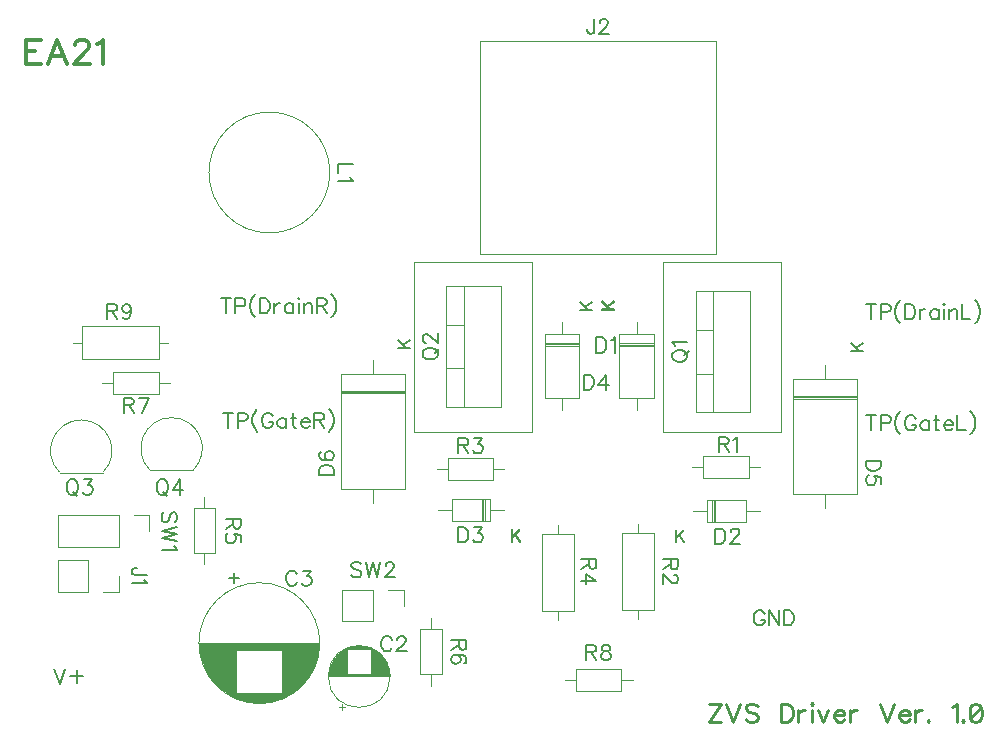
<source format=gbr>
G04 DipTrace 4.1.2.0*
G04 TopSilk.gbr*
%MOIN*%
G04 #@! TF.FileFunction,Legend,Top*
G04 #@! TF.Part,Single*
%ADD10C,0.004724*%
%ADD33C,0.005906*%
%ADD74C,0.00772*%
%ADD75C,0.006176*%
%ADD76C,0.009264*%
%ADD77C,0.012351*%
%FSLAX26Y26*%
G04*
G70*
G90*
G75*
G01*
G04 TopSilk*
%LPD*%
X-571654Y-931701D2*
G54D10*
G02X-571654Y-931701I103150J0D01*
G01*
X-570079D2*
X-366929D1*
X-570079Y-930126D2*
X-366929D1*
X-570039Y-928551D2*
X-366969D1*
X-570000Y-926976D2*
X-367008D1*
X-569921Y-925402D2*
X-367087D1*
X-569803Y-923827D2*
X-367205D1*
X-569646Y-922252D2*
X-509449D1*
X-427559D2*
X-367362D1*
X-569488Y-920677D2*
X-509449D1*
X-427559D2*
X-367520D1*
X-569331Y-919102D2*
X-509449D1*
X-427559D2*
X-367677D1*
X-569134Y-917528D2*
X-509449D1*
X-427559D2*
X-367874D1*
X-568898Y-915953D2*
X-509449D1*
X-427559D2*
X-368110D1*
X-568622Y-914378D2*
X-509449D1*
X-427559D2*
X-368386D1*
X-568346Y-912803D2*
X-509449D1*
X-427559D2*
X-368661D1*
X-568031Y-911228D2*
X-509449D1*
X-427559D2*
X-368976D1*
X-567717Y-909654D2*
X-509449D1*
X-427559D2*
X-369291D1*
X-567362Y-908079D2*
X-509449D1*
X-427559D2*
X-369646D1*
X-566969Y-906504D2*
X-509449D1*
X-427559D2*
X-370039D1*
X-566575Y-904929D2*
X-509449D1*
X-427559D2*
X-370433D1*
X-566142Y-903315D2*
X-509449D1*
X-427559D2*
X-370866D1*
X-565669Y-901740D2*
X-509449D1*
X-427559D2*
X-371339D1*
X-565157Y-900165D2*
X-509449D1*
X-427559D2*
X-371850D1*
X-564646Y-898591D2*
X-509449D1*
X-427559D2*
X-372362D1*
X-564094Y-897016D2*
X-509449D1*
X-427559D2*
X-372913D1*
X-563543Y-895441D2*
X-509449D1*
X-427559D2*
X-373465D1*
X-562913Y-893866D2*
X-509449D1*
X-427559D2*
X-374094D1*
X-562283Y-892291D2*
X-509449D1*
X-427559D2*
X-374724D1*
X-561614Y-890717D2*
X-509449D1*
X-427559D2*
X-375394D1*
X-560945Y-889142D2*
X-509449D1*
X-427559D2*
X-376063D1*
X-560197Y-887567D2*
X-509449D1*
X-427559D2*
X-376811D1*
X-559449Y-885992D2*
X-509449D1*
X-427559D2*
X-377559D1*
X-558661Y-884417D2*
X-509449D1*
X-427559D2*
X-378346D1*
X-557795Y-882843D2*
X-509449D1*
X-427559D2*
X-379213D1*
X-556969Y-881268D2*
X-509449D1*
X-427559D2*
X-380039D1*
X-556063Y-879693D2*
X-509449D1*
X-427559D2*
X-380945D1*
X-555118Y-878118D2*
X-509449D1*
X-427559D2*
X-381890D1*
X-554134Y-876543D2*
X-509449D1*
X-427559D2*
X-382874D1*
X-553110Y-874969D2*
X-509449D1*
X-427559D2*
X-383898D1*
X-552047Y-873394D2*
X-509449D1*
X-427559D2*
X-384961D1*
X-550984Y-871819D2*
X-509449D1*
X-427559D2*
X-386024D1*
X-549803Y-870244D2*
X-509449D1*
X-427559D2*
X-387205D1*
X-548622Y-868669D2*
X-509449D1*
X-427559D2*
X-388386D1*
X-547402Y-867094D2*
X-509449D1*
X-427559D2*
X-389606D1*
X-546102Y-865520D2*
X-509449D1*
X-427559D2*
X-390906D1*
X-544764Y-863945D2*
X-509449D1*
X-427559D2*
X-392244D1*
X-543346Y-862370D2*
X-509449D1*
X-427559D2*
X-393661D1*
X-541890Y-860795D2*
X-509449D1*
X-427559D2*
X-395118D1*
X-540394Y-859220D2*
X-509449D1*
X-427559D2*
X-396614D1*
X-538780Y-857646D2*
X-509449D1*
X-427559D2*
X-398228D1*
X-537126Y-856071D2*
X-509449D1*
X-427559D2*
X-399882D1*
X-535394Y-854496D2*
X-509449D1*
X-427559D2*
X-401614D1*
X-533583Y-852921D2*
X-509449D1*
X-427559D2*
X-403425D1*
X-531693Y-851346D2*
X-509449D1*
X-427559D2*
X-405315D1*
X-529685Y-849772D2*
X-509449D1*
X-427559D2*
X-407323D1*
X-527559Y-848197D2*
X-509449D1*
X-427559D2*
X-409449D1*
X-525315Y-846622D2*
X-509449D1*
X-427559D2*
X-411693D1*
X-522953Y-845047D2*
X-509449D1*
X-427559D2*
X-414055D1*
X-520433Y-843472D2*
X-509449D1*
X-427559D2*
X-416575D1*
X-517756Y-841898D2*
X-509449D1*
X-427559D2*
X-419252D1*
X-514882Y-840323D2*
X-422126D1*
X-511732Y-838748D2*
X-425276D1*
X-508307Y-837173D2*
X-428701D1*
X-504528Y-835598D2*
X-432480D1*
X-500197Y-834024D2*
X-436811D1*
X-495157Y-832449D2*
X-441850D1*
X-488898Y-830874D2*
X-448110D1*
X-479685Y-829299D2*
X-457323D1*
X-526575Y-1042126D2*
Y-1022441D1*
X-536417Y-1032283D2*
X-516732D1*
X-1002756Y-820866D2*
G02X-1002756Y-820866I201575J0D01*
G01*
X514161Y209843D2*
X398413D1*
Y-4331D1*
X514161D1*
Y209843D1*
X456287Y250000D2*
Y209843D1*
Y-44488D2*
Y-4331D1*
X514161Y174409D2*
X398413D1*
X514161Y169685D2*
X398413D1*
X514161Y179134D2*
X398413D1*
X690539Y-344265D2*
Y-416706D1*
X819673D1*
Y-344265D1*
X690539D1*
X644083Y-380486D2*
X690539D1*
X866130D2*
X819673D1*
X713217Y-344265D2*
Y-416706D1*
X717941Y-344265D2*
Y-416706D1*
X708492Y-344265D2*
Y-416706D1*
X-31474Y-412761D2*
Y-340320D1*
X-160608D1*
Y-412761D1*
X-31474D1*
X14983Y-376541D2*
X-31474D1*
X-207064D2*
X-160608D1*
X-54151Y-412761D2*
Y-340320D1*
X-58875Y-412761D2*
Y-340320D1*
X-49427Y-412761D2*
Y-340320D1*
X265343Y210236D2*
X149594D1*
Y-3937D1*
X265343D1*
Y210236D1*
X207469Y250394D2*
Y210236D1*
Y-44094D2*
Y-3937D1*
X265343Y174803D2*
X149594D1*
X265343Y170079D2*
X149594D1*
X265343Y179528D2*
X149594D1*
X1191917Y60039D2*
X977350D1*
Y-324606D1*
X1191917D1*
Y60039D1*
X1084634Y107087D2*
Y60039D1*
Y-371654D2*
Y-324606D1*
X1191917Y-965D2*
X977350D1*
X1191917Y-5689D2*
X977350D1*
X1191917Y3760D2*
X977350D1*
X-315169Y77362D2*
X-529736D1*
Y-307283D1*
X-315169D1*
Y77362D1*
X-422453Y124409D2*
Y77362D1*
Y-354331D2*
Y-307283D1*
X-315169Y16358D2*
X-529736D1*
X-315169Y11634D2*
X-529736D1*
X-315169Y21083D2*
X-529736D1*
X-1370866Y-544094D2*
Y-648819D1*
Y-544094D2*
X-1473228D1*
Y-648819D1*
X-1370866D2*
X-1473228D1*
X-1268504D2*
X-1320866D1*
X-1268504Y-596457D2*
Y-648819D1*
X-66154Y832283D2*
Y1186614D1*
X721248D1*
Y477953D1*
X-66154D1*
Y871654D1*
X-969291Y748031D2*
G02X-969291Y748031I201575J0D01*
G01*
X652744Y-51101D2*
Y352049D1*
X835461Y-51101D2*
Y352049D1*
X652744Y-51101D2*
X835461D1*
X652744Y352049D2*
X835461D1*
X712193Y-51101D2*
Y352049D1*
X652744Y77639D2*
X712193D1*
X652744Y223348D2*
X712193D1*
X-178752Y-33165D2*
Y369984D1*
X3965Y-33165D2*
Y369984D1*
X-178752Y-33165D2*
X3965D1*
X-178752Y369984D2*
X3965D1*
X-119303Y-33165D2*
Y369984D1*
X-178752Y95575D2*
X-119303D1*
X-178752Y241283D2*
X-119303D1*
X-1394882Y-76772D2*
G02X-1322501Y-251514I1J-102362D01*
G01*
X-1394882Y-76772D2*
G03X-1467262Y-251514I-1J-102362D01*
G01*
X-1465748Y-251969D2*
X-1324016D1*
X-1093701Y-68898D2*
G02X-1021320Y-243640I1J-102362D01*
G01*
X-1093701Y-68898D2*
G03X-1166081Y-243640I-1J-102362D01*
G01*
X-1164567Y-244094D2*
X-1022835D1*
X829909Y-270249D2*
Y-197808D1*
X678728D1*
Y-270249D1*
X829909D1*
X867311Y-234029D2*
X829909D1*
X641327D2*
X678728D1*
X515736Y-453605D2*
X407862D1*
Y-711085D1*
X515736D1*
Y-453605D1*
X461799Y-423290D2*
Y-453605D1*
Y-741400D2*
Y-711085D1*
X-172846Y-204493D2*
Y-276934D1*
X-21665D1*
Y-204493D1*
X-172846D1*
X-210248Y-240714D2*
X-172846D1*
X15736D2*
X-21665D1*
X139358Y-714235D2*
X247232D1*
Y-456755D1*
X139358D1*
Y-714235D1*
X193295Y-744550D2*
Y-714235D1*
Y-426440D2*
Y-456755D1*
X-948031Y-369685D2*
X-1020472D1*
Y-520866D1*
X-948031D1*
Y-369685D1*
X-984252Y-332283D2*
Y-369685D1*
Y-558268D2*
Y-520866D1*
X-192126Y-773827D2*
X-264567D1*
Y-925008D1*
X-192126D1*
Y-773827D1*
X-228346Y-736425D2*
Y-773827D1*
Y-962409D2*
Y-925008D1*
X-1287795Y83465D2*
Y11024D1*
X-1136614D1*
Y83465D1*
X-1287795D1*
X-1325197Y47244D2*
X-1287795D1*
X-1099213D2*
X-1136614D1*
X254319Y-907651D2*
Y-980092D1*
X405500D1*
Y-907651D1*
X254319D1*
X216917Y-943871D2*
X254319D1*
X442902D2*
X405500D1*
X-1136220Y127165D2*
Y235039D1*
X-1393701D1*
Y127165D1*
X-1136220D1*
X-1105906Y181102D2*
X-1136220D1*
X-1424016D2*
X-1393701D1*
X-1472835Y-394488D2*
Y-499213D1*
X-1270472Y-394488D2*
X-1472835D1*
X-1270472Y-499213D2*
X-1472835D1*
X-1270472Y-394488D2*
Y-499213D1*
X-1220472Y-394488D2*
X-1168110D1*
Y-446850D1*
X-524409Y-643118D2*
Y-747843D1*
X-422047Y-643118D2*
X-524409D1*
X-422047Y-747843D2*
X-524409D1*
X-422047Y-643118D2*
Y-747843D1*
X-372047Y-643118D2*
X-319685D1*
Y-695480D1*
G36*
X-599606Y-820866D2*
X-1002756D1*
X-995873Y-868756D1*
X-975256Y-920788D1*
X-948749Y-959567D1*
X-882481Y-1006691D1*
X-875609Y-1010127D1*
X-875118Y-847157D1*
X-724421D1*
X-724912Y-1007672D1*
X-674843Y-978711D1*
X-647354Y-951713D1*
X-621338Y-913425D1*
X-603666Y-865320D1*
X-599606Y-820866D1*
G37*
G36*
X-882688Y-986556D2*
X-701094Y-986785D1*
X-721475Y-1006250D1*
X-748496Y-1015410D1*
X-769564Y-1020448D1*
X-805745Y-1022738D1*
X-831164Y-1019990D1*
X-861620Y-1013578D1*
X-880856Y-1005334D1*
X-882688Y-986556D1*
G37*
X545264Y449841D2*
G54D10*
X938965D1*
Y-115841D1*
X545264D1*
Y449841D1*
X-286499Y448059D2*
X107202D1*
Y-117623D1*
X-286499D1*
Y448059D1*
X-884883Y-586676D2*
G54D75*
Y-621120D1*
X-902083Y-603920D2*
X-867639D1*
X1237543Y308864D2*
G54D74*
Y258624D1*
X1220797Y308864D2*
X1254290D1*
X1269729Y282556D2*
X1291285D1*
X1298414Y284932D1*
X1300846Y287364D1*
X1303223Y292117D1*
Y299303D1*
X1300846Y304056D1*
X1298414Y306488D1*
X1291285Y308864D1*
X1269729D1*
Y258624D1*
X1335409Y321963D2*
X1330600Y317210D1*
X1325847Y310025D1*
X1321039Y300463D1*
X1318662Y288470D1*
Y278908D1*
X1321039Y266970D1*
X1325847Y257408D1*
X1330600Y250223D1*
X1335409Y245470D1*
X1350848Y308864D2*
Y258624D1*
X1367595D1*
X1374780Y261056D1*
X1379588Y265809D1*
X1381965Y270618D1*
X1384341Y277747D1*
Y289741D1*
X1381965Y296926D1*
X1379588Y301679D1*
X1374780Y306488D1*
X1367595Y308864D1*
X1350848D1*
X1399780Y292117D2*
Y258624D1*
Y277747D2*
X1402212Y284932D1*
X1406966Y289741D1*
X1411774Y292117D1*
X1418959D1*
X1463083D2*
Y258624D1*
Y284932D2*
X1458330Y289741D1*
X1453522Y292117D1*
X1446392D1*
X1441583Y289741D1*
X1436830Y284932D1*
X1434398Y277747D1*
Y272994D1*
X1436830Y265809D1*
X1441583Y261056D1*
X1446392Y258624D1*
X1453522D1*
X1458330Y261056D1*
X1463083Y265809D1*
X1478522Y308864D2*
X1480899Y306488D1*
X1483331Y308864D1*
X1480899Y311296D1*
X1478522Y308864D1*
X1480899Y292117D2*
Y258624D1*
X1498770Y292117D2*
Y258624D1*
Y282556D2*
X1505955Y289741D1*
X1510764Y292117D1*
X1517893D1*
X1522702Y289741D1*
X1525078Y282556D1*
Y258624D1*
X1540518Y308864D2*
Y258624D1*
X1569203D1*
X1584642Y321963D2*
X1589450Y317210D1*
X1594203Y310025D1*
X1599012Y300463D1*
X1601388Y288470D1*
Y278908D1*
X1599012Y266970D1*
X1594203Y257408D1*
X1589450Y250223D1*
X1584642Y245470D1*
X1237543Y-61645D2*
Y-111885D1*
X1220797Y-61645D2*
X1254290D1*
X1269729Y-87953D2*
X1291285D1*
X1298414Y-85577D1*
X1300846Y-83145D1*
X1303223Y-78392D1*
Y-71207D1*
X1300846Y-66453D1*
X1298414Y-64022D1*
X1291285Y-61645D1*
X1269729D1*
Y-111885D1*
X1335409Y-48546D2*
X1330600Y-53299D1*
X1325847Y-60484D1*
X1321039Y-70046D1*
X1318662Y-82040D1*
Y-91601D1*
X1321039Y-103539D1*
X1325847Y-113101D1*
X1330600Y-120286D1*
X1335409Y-125039D1*
X1386718Y-73583D2*
X1384341Y-68830D1*
X1379533Y-64022D1*
X1374780Y-61645D1*
X1365218D1*
X1360410Y-64022D1*
X1355656Y-68830D1*
X1353224Y-73583D1*
X1350848Y-80768D1*
Y-92762D1*
X1353224Y-99892D1*
X1355656Y-104700D1*
X1360410Y-109453D1*
X1365218Y-111885D1*
X1374780D1*
X1379533Y-109453D1*
X1384341Y-104700D1*
X1386718Y-99892D1*
Y-92762D1*
X1374780D1*
X1430842Y-78392D2*
Y-111885D1*
Y-85577D2*
X1426089Y-80768D1*
X1421280Y-78392D1*
X1414151D1*
X1409342Y-80768D1*
X1404589Y-85577D1*
X1402157Y-92762D1*
Y-97515D1*
X1404589Y-104700D1*
X1409342Y-109453D1*
X1414151Y-111885D1*
X1421280D1*
X1426089Y-109453D1*
X1430842Y-104700D1*
X1453466Y-61645D2*
Y-102323D1*
X1455843Y-109453D1*
X1460651Y-111885D1*
X1465404D1*
X1446281Y-78392D2*
X1463028D1*
X1480844Y-92762D2*
X1509529D1*
Y-87953D1*
X1507152Y-83145D1*
X1504775Y-80768D1*
X1499967Y-78392D1*
X1492782D1*
X1488029Y-80768D1*
X1483220Y-85577D1*
X1480844Y-92762D1*
Y-97515D1*
X1483220Y-104700D1*
X1488029Y-109453D1*
X1492782Y-111885D1*
X1499967D1*
X1504775Y-109453D1*
X1509529Y-104700D1*
X1524968Y-61645D2*
Y-111885D1*
X1553653D1*
X1569092Y-48546D2*
X1573900Y-53299D1*
X1578654Y-60484D1*
X1583462Y-70046D1*
X1585839Y-82040D1*
Y-91601D1*
X1583462Y-103539D1*
X1578654Y-113101D1*
X1573900Y-120286D1*
X1569092Y-125039D1*
X-913409Y328384D2*
Y278144D1*
X-930156Y328384D2*
X-896663D1*
X-881223Y302076D2*
X-859668D1*
X-852538Y304452D1*
X-850107Y306884D1*
X-847730Y311637D1*
Y318822D1*
X-850107Y323575D1*
X-852538Y326007D1*
X-859668Y328384D1*
X-881223D1*
Y278144D1*
X-815544Y341483D2*
X-820353Y336730D1*
X-825106Y329544D1*
X-829914Y319983D1*
X-832291Y307989D1*
Y298428D1*
X-829914Y286490D1*
X-825106Y276928D1*
X-820353Y269743D1*
X-815544Y264990D1*
X-800105Y328384D2*
Y278144D1*
X-783358D1*
X-776173Y280576D1*
X-771365Y285329D1*
X-768988Y290137D1*
X-766612Y297267D1*
Y309261D1*
X-768988Y316446D1*
X-771365Y321199D1*
X-776173Y326007D1*
X-783358Y328384D1*
X-800105D1*
X-751172Y311637D2*
Y278144D1*
Y297267D2*
X-748740Y304452D1*
X-743987Y309261D1*
X-739179Y311637D1*
X-731994D1*
X-687870D2*
Y278144D1*
Y304452D2*
X-692623Y309261D1*
X-697431Y311637D1*
X-704561D1*
X-709369Y309261D1*
X-714123Y304452D1*
X-716554Y297267D1*
Y292514D1*
X-714123Y285329D1*
X-709369Y280576D1*
X-704561Y278144D1*
X-697431D1*
X-692623Y280576D1*
X-687870Y285329D1*
X-672430Y328384D2*
X-670054Y326007D1*
X-667622Y328384D1*
X-670054Y330816D1*
X-672430Y328384D1*
X-670054Y311637D2*
Y278144D1*
X-652183Y311637D2*
Y278144D1*
Y302076D2*
X-644998Y309261D1*
X-640189Y311637D1*
X-633059D1*
X-628251Y309261D1*
X-625874Y302076D1*
Y278144D1*
X-610435Y304452D2*
X-588935D1*
X-581750Y306884D1*
X-579318Y309261D1*
X-576942Y314014D1*
Y318822D1*
X-579318Y323575D1*
X-581750Y326007D1*
X-588935Y328384D1*
X-610435D1*
Y278144D1*
X-593688Y304452D2*
X-576942Y278144D1*
X-561503Y341483D2*
X-556694Y336730D1*
X-551941Y329544D1*
X-547132Y319983D1*
X-544756Y307989D1*
Y298428D1*
X-547132Y286490D1*
X-551941Y276928D1*
X-556694Y269743D1*
X-561503Y264990D1*
X-905635Y-53276D2*
Y-103516D1*
X-922382Y-53276D2*
X-888888D1*
X-873449Y-79585D2*
X-851894D1*
X-844764Y-77208D1*
X-842332Y-74776D1*
X-839956Y-70023D1*
Y-62838D1*
X-842332Y-58085D1*
X-844764Y-55653D1*
X-851894Y-53276D1*
X-873449D1*
Y-103516D1*
X-807770Y-40177D2*
X-812578Y-44931D1*
X-817331Y-52116D1*
X-822140Y-61677D1*
X-824516Y-73671D1*
Y-83232D1*
X-822140Y-95171D1*
X-817331Y-104732D1*
X-812578Y-111917D1*
X-807770Y-116670D1*
X-756461Y-65214D2*
X-758837Y-60461D1*
X-763646Y-55653D1*
X-768399Y-53276D1*
X-777960D1*
X-782769Y-55653D1*
X-787522Y-60461D1*
X-789954Y-65214D1*
X-792331Y-72400D1*
Y-84393D1*
X-789954Y-91523D1*
X-787522Y-96331D1*
X-782769Y-101084D1*
X-777960Y-103516D1*
X-768399D1*
X-763646Y-101084D1*
X-758837Y-96331D1*
X-756461Y-91523D1*
Y-84393D1*
X-768399D1*
X-712337Y-70023D2*
Y-103516D1*
Y-77208D2*
X-717090Y-72400D1*
X-721898Y-70023D1*
X-729028D1*
X-733836Y-72400D1*
X-738590Y-77208D1*
X-741021Y-84393D1*
Y-89146D1*
X-738590Y-96331D1*
X-733836Y-101084D1*
X-729028Y-103516D1*
X-721898D1*
X-717090Y-101084D1*
X-712337Y-96331D1*
X-689712Y-53276D2*
Y-93955D1*
X-687336Y-101084D1*
X-682527Y-103516D1*
X-677774D1*
X-696897Y-70023D2*
X-680151D1*
X-662335Y-84393D2*
X-633650D1*
Y-79585D1*
X-636026Y-74776D1*
X-638403Y-72400D1*
X-643212Y-70023D1*
X-650397D1*
X-655150Y-72400D1*
X-659958Y-77208D1*
X-662335Y-84393D1*
Y-89146D1*
X-659958Y-96331D1*
X-655150Y-101084D1*
X-650397Y-103516D1*
X-643212D1*
X-638403Y-101084D1*
X-633650Y-96331D1*
X-618211Y-77208D2*
X-596711D1*
X-589526Y-74776D1*
X-587094Y-72400D1*
X-584717Y-67646D1*
Y-62838D1*
X-587094Y-58085D1*
X-589526Y-55653D1*
X-596711Y-53276D1*
X-618211D1*
Y-103516D1*
X-601464Y-77208D2*
X-584717Y-103516D1*
X-569278Y-40177D2*
X-564470Y-44931D1*
X-559716Y-52116D1*
X-554908Y-61677D1*
X-552531Y-73671D1*
Y-83232D1*
X-554908Y-95171D1*
X-559716Y-104732D1*
X-564470Y-111917D1*
X-569278Y-116670D1*
X882696Y-723592D2*
X880319Y-718839D1*
X875511Y-714031D1*
X870757Y-711654D1*
X861196D1*
X856387Y-714031D1*
X851634Y-718839D1*
X849202Y-723592D1*
X846826Y-730777D1*
Y-742771D1*
X849202Y-749901D1*
X851634Y-754709D1*
X856387Y-759462D1*
X861196Y-761894D1*
X870757D1*
X875511Y-759462D1*
X880319Y-754709D1*
X882696Y-749901D1*
Y-742771D1*
X870757D1*
X931628Y-711654D2*
Y-761894D1*
X898135Y-711654D1*
Y-761894D1*
X947067Y-711654D2*
Y-761894D1*
X963814D1*
X970999Y-759462D1*
X975808Y-754709D1*
X978184Y-749901D1*
X980561Y-742771D1*
Y-730777D1*
X978184Y-723592D1*
X975808Y-718839D1*
X970999Y-714031D1*
X963814Y-711654D1*
X947067D1*
X-1485732Y-906568D2*
X-1466609Y-956808D1*
X-1447486Y-906568D1*
X-1410546Y-910188D2*
Y-953243D1*
X-1432046Y-931743D2*
X-1388991D1*
X696671Y-1023210D2*
G54D76*
X736863D1*
X696671Y-1083498D1*
X736863D1*
X755390Y-1023210D2*
X778338Y-1083498D1*
X801286Y-1023210D1*
X860005Y-1031832D2*
X854301Y-1026062D1*
X845679Y-1023210D1*
X834205D1*
X825583Y-1026062D1*
X819813Y-1031832D1*
Y-1037536D1*
X822731Y-1043306D1*
X825583Y-1046158D1*
X831287Y-1049010D1*
X848531Y-1054780D1*
X854301Y-1057632D1*
X857153Y-1060550D1*
X860005Y-1066254D1*
Y-1074876D1*
X854301Y-1080580D1*
X845679Y-1083498D1*
X834205D1*
X825583Y-1080580D1*
X819813Y-1074876D1*
X936853Y-1023210D2*
Y-1083498D1*
X956949D1*
X965571Y-1080580D1*
X971342Y-1074876D1*
X974194Y-1069106D1*
X977045Y-1060550D1*
Y-1046158D1*
X974194Y-1037536D1*
X971342Y-1031832D1*
X965571Y-1026062D1*
X956949Y-1023210D1*
X936853D1*
X995573Y-1043306D2*
Y-1083498D1*
Y-1060550D2*
X998491Y-1051928D1*
X1004195Y-1046158D1*
X1009965Y-1043306D1*
X1018587D1*
X1037114Y-1023210D2*
X1039966Y-1026062D1*
X1042884Y-1023210D1*
X1039966Y-1020292D1*
X1037114Y-1023210D1*
X1039966Y-1043306D2*
Y-1083498D1*
X1061411Y-1043306D2*
X1078655Y-1083498D1*
X1095833Y-1043306D1*
X1114360Y-1060550D2*
X1148782D1*
Y-1054780D1*
X1145930Y-1049010D1*
X1143078Y-1046158D1*
X1137308Y-1043306D1*
X1128686D1*
X1122982Y-1046158D1*
X1117212Y-1051928D1*
X1114360Y-1060550D1*
Y-1066254D1*
X1117212Y-1074876D1*
X1122982Y-1080580D1*
X1128686Y-1083498D1*
X1137308D1*
X1143078Y-1080580D1*
X1148782Y-1074876D1*
X1167309Y-1043306D2*
Y-1083498D1*
Y-1060550D2*
X1170227Y-1051928D1*
X1175931Y-1046158D1*
X1181701Y-1043306D1*
X1190323D1*
X1267172Y-1023210D2*
X1290119Y-1083498D1*
X1313067Y-1023210D1*
X1331594Y-1060550D2*
X1366016D1*
Y-1054780D1*
X1363164Y-1049010D1*
X1360312Y-1046158D1*
X1354542Y-1043306D1*
X1345920D1*
X1340216Y-1046158D1*
X1334446Y-1051928D1*
X1331594Y-1060550D1*
Y-1066254D1*
X1334446Y-1074876D1*
X1340216Y-1080580D1*
X1345920Y-1083498D1*
X1354542D1*
X1360312Y-1080580D1*
X1366016Y-1074876D1*
X1384543Y-1043306D2*
Y-1083498D1*
Y-1060550D2*
X1387462Y-1051928D1*
X1393165Y-1046158D1*
X1398936Y-1043306D1*
X1407558D1*
X1428937Y-1077728D2*
X1426085Y-1080646D1*
X1428937Y-1083498D1*
X1431855Y-1080646D1*
X1428937Y-1077728D1*
X1508703Y-1034750D2*
X1514473Y-1031832D1*
X1523095Y-1023276D1*
Y-1083498D1*
X1544474Y-1077728D2*
X1541622Y-1080646D1*
X1544474Y-1083498D1*
X1547393Y-1080646D1*
X1544474Y-1077728D1*
X1583164Y-1023276D2*
X1574542Y-1026128D1*
X1568772Y-1034750D1*
X1565920Y-1049076D1*
Y-1057698D1*
X1568772Y-1072024D1*
X1574542Y-1080646D1*
X1583164Y-1083498D1*
X1588868D1*
X1597490Y-1080646D1*
X1603193Y-1072024D1*
X1606112Y-1057698D1*
Y-1049076D1*
X1603193Y-1034750D1*
X1597490Y-1026128D1*
X1588868Y-1023276D1*
X1583164D1*
X1603193Y-1034750D2*
X1568772Y-1072024D1*
X-1529936Y1190609D2*
G54D77*
X-1579634D1*
Y1110225D1*
X-1529936D1*
X-1579634Y1152318D2*
X-1549037D1*
X-1443950Y1110225D2*
X-1474636Y1190609D1*
X-1505233Y1110225D1*
X-1493737Y1137020D2*
X-1455446D1*
X-1415356Y1171419D2*
Y1175222D1*
X-1411554Y1182915D1*
X-1407751Y1186718D1*
X-1400058Y1190520D1*
X-1384759D1*
X-1377154Y1186718D1*
X-1373351Y1182915D1*
X-1369460Y1175222D1*
Y1167617D1*
X-1373351Y1159923D1*
X-1380956Y1148516D1*
X-1419247Y1110225D1*
X-1365658D1*
X-1340955Y1175222D2*
X-1333262Y1179113D1*
X-1321765Y1190520D1*
Y1110225D1*
X-359521Y-809731D2*
G54D74*
X-361897Y-804978D1*
X-366706Y-800169D1*
X-371459Y-797793D1*
X-381021D1*
X-385829Y-800169D1*
X-390582Y-804978D1*
X-393014Y-809731D1*
X-395391Y-816916D1*
Y-828909D1*
X-393014Y-836039D1*
X-390582Y-840848D1*
X-385829Y-845601D1*
X-381021Y-848033D1*
X-371459D1*
X-366706Y-845601D1*
X-361897Y-840848D1*
X-359521Y-836039D1*
X-341650Y-809786D2*
Y-807410D1*
X-339273Y-802601D1*
X-336897Y-800225D1*
X-332088Y-797848D1*
X-322526D1*
X-317773Y-800225D1*
X-315397Y-802601D1*
X-312965Y-807410D1*
Y-812163D1*
X-315397Y-816971D1*
X-320150Y-824101D1*
X-344082Y-848033D1*
X-310588D1*
X-676027Y-591278D2*
X-678404Y-586525D1*
X-683212Y-581717D1*
X-687966Y-579340D1*
X-697527D1*
X-702336Y-581717D1*
X-707089Y-586525D1*
X-709521Y-591278D1*
X-711897Y-598463D1*
Y-610457D1*
X-709521Y-617586D1*
X-707089Y-622395D1*
X-702336Y-627148D1*
X-697527Y-629580D1*
X-687966D1*
X-683212Y-627148D1*
X-678404Y-622395D1*
X-676027Y-617586D1*
X-655780Y-579395D2*
X-629527D1*
X-643841Y-598518D1*
X-636656D1*
X-631903Y-600895D1*
X-629527Y-603272D1*
X-627095Y-610457D1*
Y-615210D1*
X-629527Y-622395D1*
X-634280Y-627203D1*
X-641465Y-629580D1*
X-648650D1*
X-655780Y-627203D1*
X-658156Y-624771D1*
X-660588Y-620018D1*
X341656Y291721D2*
G54D33*
X381848D1*
X341656Y318515D2*
X368450Y291721D1*
X358856Y301271D2*
X381848Y318515D1*
X342049Y290540D2*
X382241D1*
X342049Y317334D2*
X368844Y290540D1*
X359249Y300090D2*
X382241Y317334D1*
X322187Y198126D2*
G54D74*
Y147886D1*
X338933D1*
X346118Y150318D1*
X350927Y155071D1*
X353303Y159879D1*
X355680Y167009D1*
Y179003D1*
X353303Y186188D1*
X350927Y190941D1*
X346118Y195749D1*
X338933Y198126D1*
X322187D1*
X371119Y188509D2*
X375928Y190941D1*
X383113Y198071D1*
Y147886D1*
X588618Y-444410D2*
G54D33*
Y-484602D1*
X615413Y-444410D2*
X588618Y-471205D1*
X598169Y-461610D2*
X615413Y-484602D1*
X588618Y-444410D2*
Y-484602D1*
X615413Y-444410D2*
X588618Y-471205D1*
X598169Y-461610D2*
X615413Y-484602D1*
X718712Y-438783D2*
G54D74*
Y-489023D1*
X735459D1*
X742644Y-486592D1*
X747452Y-481838D1*
X749829Y-477030D1*
X752206Y-469900D1*
Y-457907D1*
X749829Y-450722D1*
X747452Y-445969D1*
X742644Y-441160D1*
X735459Y-438783D1*
X718712D1*
X770077Y-450777D2*
Y-448400D1*
X772453Y-443592D1*
X774830Y-441215D1*
X779638Y-438839D1*
X789200D1*
X793953Y-441215D1*
X796330Y-443592D1*
X798762Y-448400D1*
Y-453154D1*
X796330Y-457962D1*
X791577Y-465092D1*
X767645Y-489023D1*
X801138D1*
X40562Y-440465D2*
G54D33*
Y-480657D1*
X67357Y-440465D2*
X40562Y-467260D1*
X50113Y-457665D2*
X67357Y-480657D1*
X40562Y-444410D2*
Y-484602D1*
X67357Y-444410D2*
X40562Y-471205D1*
X50113Y-461610D2*
X67357Y-484602D1*
X-138503Y-434839D2*
G54D74*
Y-485079D1*
X-121756D1*
X-114571Y-482647D1*
X-109763Y-477894D1*
X-107386Y-473085D1*
X-105010Y-465955D1*
Y-453962D1*
X-107386Y-446777D1*
X-109763Y-442024D1*
X-114571Y-437215D1*
X-121756Y-434839D1*
X-138503D1*
X-84762Y-434894D2*
X-58509D1*
X-72824Y-454017D1*
X-65639D1*
X-60886Y-456394D1*
X-58509Y-458770D1*
X-56077Y-465955D1*
Y-470709D1*
X-58509Y-477894D1*
X-63262Y-482702D1*
X-70447Y-485079D1*
X-77632D1*
X-84762Y-482702D1*
X-87139Y-480270D1*
X-89570Y-475517D1*
X267640Y289752D2*
G54D33*
X307832D1*
X267640Y316547D2*
X294435Y289752D1*
X284840Y299303D2*
X307832Y316547D1*
X267640Y289752D2*
X307832D1*
X267640Y316547D2*
X294435Y289752D1*
X284840Y299303D2*
X307832Y316547D1*
X279910Y74643D2*
G54D74*
Y24403D1*
X296656D1*
X303841Y26835D1*
X308650Y31588D1*
X311027Y36397D1*
X313403Y43526D1*
Y55520D1*
X311027Y62705D1*
X308650Y67458D1*
X303841Y72266D1*
X296656Y74643D1*
X279910D1*
X352774Y24403D2*
Y74588D1*
X328842Y41150D1*
X364712D1*
X1170862Y154319D2*
G54D33*
X1211054D1*
X1170862Y181114D2*
X1197656Y154319D1*
X1188062Y163870D2*
X1211054Y181114D1*
X1170862Y154319D2*
X1211054D1*
X1170862Y181114D2*
X1197656Y154319D1*
X1188062Y163870D2*
X1211054Y181114D1*
X1270455Y-212023D2*
G54D74*
X1220215D1*
Y-228770D1*
X1222647Y-235955D1*
X1227400Y-240763D1*
X1232209Y-243140D1*
X1239339Y-245517D1*
X1251332D1*
X1258517Y-243140D1*
X1263270Y-240763D1*
X1268079Y-235955D1*
X1270455Y-228770D1*
Y-212023D1*
X1270400Y-289641D2*
Y-265764D1*
X1248900Y-263388D1*
X1251277Y-265764D1*
X1253709Y-272949D1*
Y-280079D1*
X1251277Y-287264D1*
X1246524Y-292073D1*
X1239339Y-294449D1*
X1234585D1*
X1227400Y-292073D1*
X1222592Y-287264D1*
X1220215Y-280079D1*
Y-272949D1*
X1222592Y-265764D1*
X1225024Y-263388D1*
X1229777Y-260956D1*
X-338203Y162382D2*
G54D33*
X-298011D1*
X-338203Y189177D2*
X-311408Y162382D1*
X-321003Y171933D2*
X-298011Y189177D1*
X-338203Y162382D2*
X-298011D1*
X-338203Y189177D2*
X-311408Y162382D1*
X-321003Y171933D2*
X-298011Y189177D1*
X-602487Y-260286D2*
G54D74*
X-552247D1*
Y-243539D1*
X-554679Y-236354D1*
X-559432Y-231546D1*
X-564240Y-229169D1*
X-571370Y-226792D1*
X-583364D1*
X-590549Y-229169D1*
X-595302Y-231546D1*
X-600110Y-236354D1*
X-602487Y-243539D1*
Y-260286D1*
X-595302Y-182668D2*
X-600055Y-185045D1*
X-602432Y-192230D1*
Y-196983D1*
X-600055Y-204168D1*
X-592870Y-208977D1*
X-580932Y-211353D1*
X-568994D1*
X-559432Y-208977D1*
X-554623Y-204168D1*
X-552247Y-196983D1*
Y-194606D1*
X-554623Y-187477D1*
X-559432Y-182668D1*
X-566617Y-180292D1*
X-568994D1*
X-576179Y-182668D1*
X-580932Y-187477D1*
X-583308Y-194606D1*
Y-196983D1*
X-580932Y-204168D1*
X-576179Y-208977D1*
X-568994Y-211353D1*
X-1176777Y-593722D2*
X-1215023D1*
X-1222208Y-591345D1*
X-1224585Y-588913D1*
X-1227017Y-584160D1*
Y-579352D1*
X-1224585Y-574599D1*
X-1222208Y-572222D1*
X-1215023Y-569790D1*
X-1210270D1*
X-1186394Y-609161D2*
X-1183962Y-613970D1*
X-1176832Y-621155D1*
X-1227017D1*
X315047Y1259837D2*
Y1221591D1*
X312670Y1214406D1*
X310238Y1212029D1*
X305485Y1209597D1*
X300677D1*
X295924Y1212029D1*
X293547Y1214406D1*
X291115Y1221591D1*
Y1226344D1*
X332918Y1247844D2*
Y1250220D1*
X335295Y1255029D1*
X337671Y1257405D1*
X342480Y1259782D1*
X352041D1*
X356794Y1257405D1*
X359171Y1255029D1*
X361603Y1250220D1*
Y1245467D1*
X359171Y1240659D1*
X354418Y1233529D1*
X330486Y1209597D1*
X363979D1*
X-487801Y776090D2*
X-538041D1*
Y747405D1*
X-497417Y731966D2*
X-494986Y727158D1*
X-487856Y719973D1*
X-538041D1*
X574403Y131977D2*
X576724Y127223D1*
X581533Y122415D1*
X586341Y120038D1*
X593526Y117606D1*
X605464D1*
X612649Y120038D1*
X617403Y122415D1*
X622211Y127223D1*
X624588Y131977D1*
Y141538D1*
X622211Y146347D1*
X617403Y151100D1*
X612649Y153476D1*
X605464Y155908D1*
X593526D1*
X586341Y153476D1*
X581533Y151100D1*
X576724Y146347D1*
X574403Y141538D1*
Y131977D1*
X615026Y139162D2*
X629396Y153476D1*
X584020Y171348D2*
X581588Y176156D1*
X574458Y183341D1*
X624643D1*
X-257093Y139162D2*
X-254772Y134409D1*
X-249963Y129601D1*
X-245155Y127224D1*
X-237970Y124792D1*
X-226032D1*
X-218847Y127224D1*
X-214093Y129601D1*
X-209285Y134409D1*
X-206908Y139162D1*
Y148724D1*
X-209285Y153532D1*
X-214093Y158286D1*
X-218847Y160662D1*
X-226032Y163094D1*
X-237970D1*
X-245155Y160662D1*
X-249963Y158286D1*
X-254772Y153532D1*
X-257093Y148724D1*
Y139162D1*
X-216470Y146347D2*
X-202100Y160662D1*
X-245100Y180965D2*
X-247476D1*
X-252285Y183342D1*
X-254661Y185718D1*
X-257038Y190527D1*
Y200088D1*
X-254661Y204842D1*
X-252285Y207218D1*
X-247476Y209650D1*
X-242723D1*
X-237915Y207218D1*
X-230785Y202465D1*
X-206853Y178533D1*
Y212027D1*
X-1429347Y-275227D2*
X-1434100Y-277548D1*
X-1438908Y-282357D1*
X-1441285Y-287165D1*
X-1443717Y-294350D1*
Y-306289D1*
X-1441285Y-313474D1*
X-1438908Y-318227D1*
X-1434100Y-323035D1*
X-1429347Y-325412D1*
X-1419785D1*
X-1414977Y-323035D1*
X-1410224Y-318227D1*
X-1407847Y-313474D1*
X-1405415Y-306289D1*
Y-294350D1*
X-1407847Y-287165D1*
X-1410224Y-282357D1*
X-1414977Y-277548D1*
X-1419785Y-275227D1*
X-1429347D1*
X-1422162Y-315850D2*
X-1407847Y-330220D1*
X-1385167Y-275282D2*
X-1358914D1*
X-1373229Y-294406D1*
X-1366044D1*
X-1361291Y-296782D1*
X-1358914Y-299159D1*
X-1356483Y-306344D1*
Y-311097D1*
X-1358914Y-318282D1*
X-1363668Y-323090D1*
X-1370853Y-325467D1*
X-1378038D1*
X-1385167Y-323090D1*
X-1387544Y-320659D1*
X-1389976Y-315905D1*
X-1129573Y-275227D2*
X-1134326Y-277548D1*
X-1139135Y-282357D1*
X-1141511Y-287165D1*
X-1143943Y-294350D1*
Y-306289D1*
X-1141511Y-313474D1*
X-1139135Y-318227D1*
X-1134326Y-323035D1*
X-1129573Y-325412D1*
X-1120012D1*
X-1115203Y-323035D1*
X-1110450Y-318227D1*
X-1108073Y-313474D1*
X-1105641Y-306289D1*
Y-294350D1*
X-1108073Y-287165D1*
X-1110450Y-282357D1*
X-1115203Y-277548D1*
X-1120012Y-275227D1*
X-1129573D1*
X-1122388Y-315850D2*
X-1108073Y-330220D1*
X-1066271Y-325467D2*
Y-275282D1*
X-1090202Y-308720D1*
X-1054332D1*
X729462Y-158076D2*
X750962D1*
X758147Y-155644D1*
X760579Y-153268D1*
X762955Y-148514D1*
Y-143706D1*
X760579Y-138953D1*
X758147Y-136521D1*
X750962Y-134144D1*
X729462D1*
Y-184384D1*
X746209Y-158076D2*
X762955Y-184384D1*
X778395Y-143761D2*
X783203Y-141329D1*
X790388Y-134200D1*
Y-184384D1*
X570146Y-541132D2*
Y-562632D1*
X572578Y-569817D1*
X574954Y-572249D1*
X579707Y-574626D1*
X584516D1*
X589269Y-572249D1*
X591701Y-569817D1*
X594077Y-562632D1*
Y-541132D1*
X543837D1*
X570146Y-557879D2*
X543837Y-574626D1*
X582084Y-592497D2*
X584461D1*
X589269Y-594873D1*
X591646Y-597250D1*
X594022Y-602058D1*
Y-611620D1*
X591646Y-616373D1*
X589269Y-618750D1*
X584461Y-621182D1*
X579707D1*
X574899Y-618750D1*
X567769Y-613996D1*
X543837Y-590065D1*
Y-623558D1*
X-138503Y-161559D2*
X-117003D1*
X-109818Y-159127D1*
X-107386Y-156751D1*
X-105010Y-151997D1*
Y-147189D1*
X-107386Y-142436D1*
X-109818Y-140004D1*
X-117003Y-137627D1*
X-138503D1*
Y-187867D1*
X-121756Y-161559D2*
X-105010Y-187867D1*
X-84762Y-137683D2*
X-58509D1*
X-72824Y-156806D1*
X-65639D1*
X-60886Y-159182D1*
X-58509Y-161559D1*
X-56077Y-168744D1*
Y-173497D1*
X-58509Y-180682D1*
X-63262Y-185491D1*
X-70447Y-187867D1*
X-77632D1*
X-84762Y-185491D1*
X-87139Y-183059D1*
X-89570Y-178306D1*
X297713Y-539944D2*
Y-561444D1*
X300144Y-568629D1*
X302521Y-571061D1*
X307274Y-573437D1*
X312083D1*
X316836Y-571061D1*
X319268Y-568629D1*
X321644Y-561444D1*
Y-539944D1*
X271404D1*
X297713Y-556691D2*
X271404Y-573437D1*
Y-612808D2*
X321589D1*
X288151Y-588876D1*
Y-624746D1*
X-887600Y-405637D2*
Y-427137D1*
X-885168Y-434322D1*
X-882791Y-436754D1*
X-878038Y-439131D1*
X-873230D1*
X-868476Y-436754D1*
X-866045Y-434322D1*
X-863668Y-427137D1*
Y-405637D1*
X-913908D1*
X-887600Y-422384D2*
X-913908Y-439131D1*
X-863723Y-483255D2*
Y-459378D1*
X-885223Y-457002D1*
X-882847Y-459378D1*
X-880415Y-466564D1*
Y-473693D1*
X-882847Y-480878D1*
X-887600Y-485687D1*
X-894785Y-488063D1*
X-899538D1*
X-906723Y-485687D1*
X-911531Y-480878D1*
X-913908Y-473693D1*
Y-466564D1*
X-911531Y-459378D1*
X-909100Y-457002D1*
X-904346Y-454570D1*
X-135123Y-810210D2*
Y-831710D1*
X-132691Y-838895D1*
X-130315Y-841327D1*
X-125562Y-843704D1*
X-120753D1*
X-116000Y-841327D1*
X-113568Y-838895D1*
X-111192Y-831710D1*
Y-810210D1*
X-161432D1*
X-135123Y-826957D2*
X-161432Y-843704D1*
X-118377Y-887828D2*
X-113623Y-885451D1*
X-111247Y-878266D1*
Y-873513D1*
X-113623Y-866328D1*
X-120809Y-861519D1*
X-132747Y-859143D1*
X-144685D1*
X-154247Y-861519D1*
X-159055Y-866328D1*
X-161432Y-873513D1*
Y-875890D1*
X-159055Y-883019D1*
X-154247Y-887828D1*
X-147062Y-890204D1*
X-144685D1*
X-137500Y-887828D1*
X-132747Y-883019D1*
X-130370Y-875890D1*
Y-873513D1*
X-132747Y-866328D1*
X-137500Y-861519D1*
X-144685Y-859143D1*
X-1252347Y-27682D2*
X-1230847D1*
X-1223662Y-25251D1*
X-1221230Y-22874D1*
X-1218853Y-18121D1*
Y-13312D1*
X-1221230Y-8559D1*
X-1223662Y-6127D1*
X-1230847Y-3751D1*
X-1252347D1*
Y-53991D1*
X-1235600Y-27682D2*
X-1218853Y-53991D1*
X-1193853D2*
X-1169921Y-3806D1*
X-1203414D1*
X288724Y-850648D2*
X310224D1*
X317409Y-848216D1*
X319841Y-845840D1*
X322217Y-841087D1*
Y-836278D1*
X319841Y-831525D1*
X317409Y-829093D1*
X310224Y-826717D1*
X288724D1*
Y-876957D1*
X305471Y-850648D2*
X322217Y-876957D1*
X349595Y-826772D2*
X342465Y-829148D1*
X340033Y-833902D1*
Y-838710D1*
X342465Y-843463D1*
X347218Y-845895D1*
X356780Y-848272D1*
X363965Y-850648D1*
X368718Y-855457D1*
X371095Y-860210D1*
Y-867395D1*
X368718Y-872148D1*
X366342Y-874580D1*
X359157Y-876957D1*
X349595D1*
X342465Y-874580D1*
X340033Y-872148D1*
X337657Y-867395D1*
Y-860210D1*
X340033Y-855457D1*
X344842Y-850648D1*
X351972Y-848272D1*
X361533Y-845895D1*
X366342Y-843463D1*
X368718Y-838710D1*
Y-833902D1*
X366342Y-829148D1*
X359157Y-826772D1*
X349595D1*
X-1308464Y286385D2*
X-1286964D1*
X-1279779Y288816D1*
X-1277348Y291193D1*
X-1274971Y295946D1*
Y300755D1*
X-1277348Y305508D1*
X-1279779Y307940D1*
X-1286964Y310316D1*
X-1308464D1*
Y260076D1*
X-1291718Y286385D2*
X-1274971Y260076D1*
X-1228415Y293570D2*
X-1230847Y286385D1*
X-1235600Y281576D1*
X-1242785Y279200D1*
X-1245162D1*
X-1252347Y281576D1*
X-1257100Y286385D1*
X-1259532Y293570D1*
Y295946D1*
X-1257100Y303131D1*
X-1252347Y307884D1*
X-1245162Y310261D1*
X-1242785D1*
X-1235600Y307884D1*
X-1230847Y303131D1*
X-1228415Y293570D1*
Y281576D1*
X-1230847Y269638D1*
X-1235600Y262453D1*
X-1242785Y260076D1*
X-1247538D1*
X-1254723Y262453D1*
X-1257100Y267261D1*
X-1083568Y-418229D2*
X-1078760Y-413476D1*
X-1076383Y-406291D1*
Y-396730D1*
X-1078760Y-389544D1*
X-1083568Y-384736D1*
X-1088321D1*
X-1093130Y-387168D1*
X-1095506Y-389544D1*
X-1097883Y-394298D1*
X-1102692Y-408668D1*
X-1105068Y-413476D1*
X-1107500Y-415853D1*
X-1112253Y-418229D1*
X-1119438D1*
X-1124191Y-413476D1*
X-1126623Y-406291D1*
Y-396730D1*
X-1124191Y-389544D1*
X-1119438Y-384736D1*
X-1076383Y-433669D2*
X-1126623Y-445662D1*
X-1076383Y-457600D1*
X-1126623Y-469539D1*
X-1076383Y-481532D1*
X-1086000Y-496971D2*
X-1083568Y-501780D1*
X-1076438Y-508965D1*
X-1126623D1*
X-461615Y-558576D2*
X-466368Y-553768D1*
X-473553Y-551391D1*
X-483115D1*
X-490300Y-553768D1*
X-495108Y-558576D1*
Y-563329D1*
X-492677Y-568138D1*
X-490300Y-570514D1*
X-485547Y-572891D1*
X-471177Y-577699D1*
X-466368Y-580076D1*
X-463992Y-582508D1*
X-461615Y-587261D1*
Y-594446D1*
X-466368Y-599199D1*
X-473553Y-601631D1*
X-483115D1*
X-490300Y-599199D1*
X-495108Y-594446D1*
X-446176Y-551391D2*
X-434182Y-601631D1*
X-422244Y-551391D1*
X-410306Y-601631D1*
X-398312Y-551391D1*
X-380441Y-563385D2*
Y-561008D1*
X-378065Y-556200D1*
X-375688Y-553823D1*
X-370880Y-551446D1*
X-361318D1*
X-356565Y-553823D1*
X-354188Y-556200D1*
X-351756Y-561008D1*
Y-565761D1*
X-354188Y-570570D1*
X-358941Y-577699D1*
X-382873Y-601631D1*
X-349380D1*
M02*

</source>
